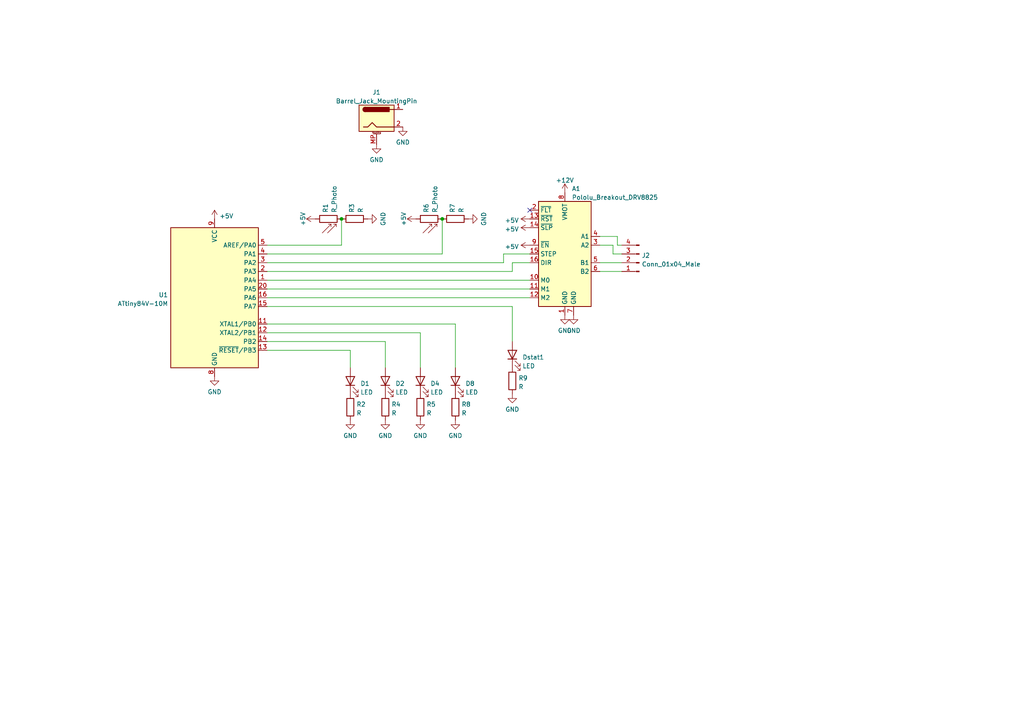
<source format=kicad_sch>
(kicad_sch (version 20211123) (generator eeschema)
  (paper "A4")
  (lib_symbols
    (symbol "Connector:Barrel_Jack_MountingPin" (pin_names hide)
      (property "Reference" "J" (at 0 5.334 0))
      (property "Value" "Barrel_Jack_MountingPin" (at 1.27 -6.35 0))
      (symbol "Barrel_Jack_MountingPin_0_1"
        (rectangle (start -5.08 3.81) (end 5.08 -3.81) (stroke (width 0.254)) (fill (type background)))
        (arc (start -3.302 3.175) (mid -3.937 2.54) (end -3.302 1.905) (stroke (width 0.254)))
        (arc (start -3.302 3.175) (mid -3.937 2.54) (end -3.302 1.905) (stroke (width 0.254)) (fill (type outline)))
        (polyline (pts (xy 5.08 2.54) (xy 3.81 2.54)) (stroke (width 0.254)))
        (polyline (pts (xy -3.81 -2.54) (xy -2.54 -2.54) (xy -1.27 -1.27) (xy 0 -2.54) (xy 2.54 -2.54) (xy 5.08 -2.54)) (stroke (width 0.254)))
        (rectangle (start 3.683 3.175) (end -3.302 1.905) (stroke (width 0.254)) (fill (type outline)))
      )
      (symbol "Barrel_Jack_MountingPin_1_1"
        (polyline (pts (xy -1.016 -4.572) (xy 1.016 -4.572)) (stroke (width 0.1524)))
        (text "Mounting" (at 0 -4.191 0) (effects (font (size 0.381 0.381))))
        (pin passive line (at 7.62 2.54 180) (length 2.54) (name "~") (number "1"))
        (pin passive line (at 7.62 -2.54 180) (length 2.54) (name "~") (number "2"))
        (pin passive line (at 0 -7.62 90) (length 3.048) (name "MountPin") (number "MP"))
      )
    )
    (symbol "Connector:Conn_01x04_Male" (pin_names (offset 1.016) hide)
      (property "Reference" "J" (at 0 5.08 0))
      (property "Value" "Conn_01x04_Male" (at 0 -7.62 0))
      (symbol "Conn_01x04_Male_1_1"
        (polyline (pts (xy 1.27 -5.08) (xy 0.8636 -5.08)) (stroke (width 0.1524)))
        (polyline (pts (xy 1.27 -2.54) (xy 0.8636 -2.54)) (stroke (width 0.1524)))
        (polyline (pts (xy 1.27 0) (xy 0.8636 0)) (stroke (width 0.1524)))
        (polyline (pts (xy 1.27 2.54) (xy 0.8636 2.54)) (stroke (width 0.1524)))
        (rectangle (start 0.8636 -4.953) (end 0 -5.207) (stroke (width 0.1524)) (fill (type outline)))
        (rectangle (start 0.8636 -2.413) (end 0 -2.667) (stroke (width 0.1524)) (fill (type outline)))
        (rectangle (start 0.8636 0.127) (end 0 -0.127) (stroke (width 0.1524)) (fill (type outline)))
        (rectangle (start 0.8636 2.667) (end 0 2.413) (stroke (width 0.1524)) (fill (type outline)))
        (pin passive line (at 5.08 2.54 180) (length 3.81) (name "Pin_1") (number "1"))
        (pin passive line (at 5.08 0 180) (length 3.81) (name "Pin_2") (number "2"))
        (pin passive line (at 5.08 -2.54 180) (length 3.81) (name "Pin_3") (number "3"))
        (pin passive line (at 5.08 -5.08 180) (length 3.81) (name "Pin_4") (number "4"))
      )
    )
    (symbol "Device:LED" (pin_numbers hide) (pin_names (offset 1.016) hide)
      (property "Reference" "D" (at 0 2.54 0))
      (property "Value" "LED" (at 0 -2.54 0))
      (symbol "LED_0_1"
        (polyline (pts (xy -1.27 -1.27) (xy -1.27 1.27)) (stroke (width 0.254)))
        (polyline (pts (xy -1.27 0) (xy 1.27 0)))
        (polyline (pts (xy 1.27 -1.27) (xy 1.27 1.27) (xy -1.27 0) (xy 1.27 -1.27)) (stroke (width 0.254)))
        (polyline (pts (xy -3.048 -0.762) (xy -4.572 -2.286) (xy -3.81 -2.286) (xy -4.572 -2.286) (xy -4.572 -1.524)))
        (polyline (pts (xy -1.778 -0.762) (xy -3.302 -2.286) (xy -2.54 -2.286) (xy -3.302 -2.286) (xy -3.302 -1.524)))
      )
      (symbol "LED_1_1"
        (pin passive line (at -3.81 0 0) (length 2.54) (name "K") (number "1"))
        (pin passive line (at 3.81 0 180) (length 2.54) (name "A") (number "2"))
      )
    )
    (symbol "Device:R" (pin_numbers hide) (pin_names (offset 0))
      (property "Reference" "R" (at 2.032 0 90))
      (property "Value" "R" (at 0 0 90))
      (symbol "R_0_1"
        (rectangle (start -1.016 -2.54) (end 1.016 2.54) (stroke (width 0.254)))
      )
      (symbol "R_1_1"
        (pin passive line (at 0 3.81 270) (length 1.27) (name "~") (number "1"))
        (pin passive line (at 0 -3.81 90) (length 1.27) (name "~") (number "2"))
      )
    )
    (symbol "Device:R_Photo" (pin_numbers hide) (pin_names (offset 0))
      (property "Reference" "R" (at 1.27 1.27 0))
      (property "Value" "R_Photo" (at 1.27 0 0))
      (symbol "R_Photo_0_1"
        (rectangle (start -1.016 2.54) (end 1.016 -2.54) (stroke (width 0.254)))
        (polyline (pts (xy -1.524 -2.286) (xy -4.064 0.254)))
        (polyline (pts (xy -1.524 -2.286) (xy -2.286 -2.286)))
        (polyline (pts (xy -1.524 -2.286) (xy -1.524 -1.524)))
        (polyline (pts (xy -1.524 -0.762) (xy -4.064 1.778)))
        (polyline (pts (xy -1.524 -0.762) (xy -2.286 -0.762)))
        (polyline (pts (xy -1.524 -0.762) (xy -1.524 0)))
      )
      (symbol "R_Photo_1_1"
        (pin passive line (at 0 3.81 270) (length 1.27) (name "~") (number "1"))
        (pin passive line (at 0 -3.81 90) (length 1.27) (name "~") (number "2"))
      )
    )
    (symbol "Driver_Motor:Pololu_Breakout_DRV8825"
      (property "Reference" "A" (at -2.54 16.51 0))
      (property "Value" "Pololu_Breakout_DRV8825" (at -2.54 13.97 0))
      (symbol "Pololu_Breakout_DRV8825_0_1"
        (rectangle (start 7.62 -17.78) (end -7.62 12.7) (stroke (width 0.254)) (fill (type background)))
      )
      (symbol "Pololu_Breakout_DRV8825_1_1"
        (pin power_in line (at 0 -20.32 90) (length 2.54) (name "GND") (number "1"))
        (pin input line (at -10.16 -10.16 0) (length 2.54) (name "M0") (number "10"))
        (pin input line (at -10.16 -12.7 0) (length 2.54) (name "M1") (number "11"))
        (pin input line (at -10.16 -15.24 0) (length 2.54) (name "M2") (number "12"))
        (pin input line (at -10.16 7.62 0) (length 2.54) (name "~{RST}") (number "13"))
        (pin input line (at -10.16 5.08 0) (length 2.54) (name "~{SLP}") (number "14"))
        (pin input line (at -10.16 -2.54 0) (length 2.54) (name "STEP") (number "15"))
        (pin input line (at -10.16 -5.08 0) (length 2.54) (name "DIR") (number "16"))
        (pin output line (at -10.16 10.16 0) (length 2.54) (name "~{FLT}") (number "2"))
        (pin output line (at 10.16 0 180) (length 2.54) (name "A2") (number "3"))
        (pin output line (at 10.16 2.54 180) (length 2.54) (name "A1") (number "4"))
        (pin output line (at 10.16 -5.08 180) (length 2.54) (name "B1") (number "5"))
        (pin output line (at 10.16 -7.62 180) (length 2.54) (name "B2") (number "6"))
        (pin power_in line (at 2.54 -20.32 90) (length 2.54) (name "GND") (number "7"))
        (pin power_in line (at 0 15.24 270) (length 2.54) (name "VMOT") (number "8"))
        (pin input line (at -10.16 0 0) (length 2.54) (name "~{EN}") (number "9"))
      )
    )
    (symbol "MCU_Microchip_ATtiny:ATtiny84V-10M"
      (property "Reference" "U" (at -12.7 21.59 0))
      (property "Value" "ATtiny84V-10M" (at 2.54 -21.59 0))
      (symbol "ATtiny84V-10M_0_1"
        (rectangle (start -12.7 -20.32) (end 12.7 20.32) (stroke (width 0.254)) (fill (type background)))
      )
      (symbol "ATtiny84V-10M_1_1"
        (pin bidirectional line (at 15.24 5.08 180) (length 2.54) (name "PA4") (number "1"))
        (pin no_connect line (at -12.7 -10.16 0) (length 2.54) hide (name "NC") (number "10"))
        (pin bidirectional line (at 15.24 -7.62 180) (length 2.54) (name "XTAL1/PB0") (number "11"))
        (pin bidirectional line (at 15.24 -10.16 180) (length 2.54) (name "XTAL2/PB1") (number "12"))
        (pin bidirectional line (at 15.24 -15.24 180) (length 2.54) (name "~{RESET}/PB3") (number "13"))
        (pin bidirectional line (at 15.24 -12.7 180) (length 2.54) (name "PB2") (number "14"))
        (pin bidirectional line (at 15.24 -2.54 180) (length 2.54) (name "PA7") (number "15"))
        (pin bidirectional line (at 15.24 0 180) (length 2.54) (name "PA6") (number "16"))
        (pin no_connect line (at -12.7 -12.7 0) (length 2.54) hide (name "NC") (number "17"))
        (pin no_connect line (at -12.7 -15.24 0) (length 2.54) hide (name "NC") (number "18"))
        (pin no_connect line (at -12.7 -17.78 0) (length 2.54) hide (name "NC") (number "19"))
        (pin bidirectional line (at 15.24 7.62 180) (length 2.54) (name "PA3") (number "2"))
        (pin bidirectional line (at 15.24 2.54 180) (length 2.54) (name "PA5") (number "20"))
        (pin passive line (at 0 -22.86 90) (length 2.54) hide (name "GND") (number "21"))
        (pin bidirectional line (at 15.24 10.16 180) (length 2.54) (name "PA2") (number "3"))
        (pin bidirectional line (at 15.24 12.7 180) (length 2.54) (name "PA1") (number "4"))
        (pin bidirectional line (at 15.24 15.24 180) (length 2.54) (name "AREF/PA0") (number "5"))
        (pin no_connect line (at -12.7 -5.08 0) (length 2.54) hide (name "NC") (number "6"))
        (pin no_connect line (at -12.7 -7.62 0) (length 2.54) hide (name "NC") (number "7"))
        (pin power_in line (at 0 -22.86 90) (length 2.54) (name "GND") (number "8"))
        (pin power_in line (at 0 22.86 270) (length 2.54) (name "VCC") (number "9"))
      )
    )
    (symbol "power:+12V" (power) (pin_names (offset 0))
      (property "Value" "+12V" (at 0 3.556 0))
      (symbol "+12V_0_1"
        (polyline (pts (xy -0.762 1.27) (xy 0 2.54)))
        (polyline (pts (xy 0 0) (xy 0 2.54)))
        (polyline (pts (xy 0 2.54) (xy 0.762 1.27)))
      )
      (symbol "+12V_1_1"
        (pin power_in line (at 0 0 90) (length 0) hide (name "+12V") (number "1"))
      )
    )
    (symbol "power:+5V" (power) (pin_names (offset 0))
      (property "Value" "+5V" (at 0 3.556 0))
      (symbol "+5V_0_1"
        (polyline (pts (xy -0.762 1.27) (xy 0 2.54)))
        (polyline (pts (xy 0 0) (xy 0 2.54)))
        (polyline (pts (xy 0 2.54) (xy 0.762 1.27)))
      )
      (symbol "+5V_1_1"
        (pin power_in line (at 0 0 90) (length 0) hide (name "+5V") (number "1"))
      )
    )
    (symbol "power:GND" (power) (pin_names (offset 0))
      (property "Value" "GND" (at 0 -3.81 0))
      (symbol "GND_0_1"
        (polyline (pts (xy 0 0) (xy 0 -1.27) (xy 1.27 -1.27) (xy 0 -2.54) (xy -1.27 -1.27) (xy 0 -1.27)))
      )
      (symbol "GND_1_1"
        (pin power_in line (at 0 0 270) (length 0) hide (name "GND") (number "1"))
      )
    )
  )
  (junction (at 128.27 63.5))
  (junction (at 99.06 63.5))
  (no_connect (at 153.67 60.96))
  (wire (pts (xy 77.47 78.74) (xy 148.59 78.74)))
  (wire (pts (xy 148.59 76.2) (xy 153.67 76.2)))
  (wire (pts (xy 128.27 73.66) (xy 128.27 63.5)))
  (wire (pts (xy 146.05 73.66) (xy 146.05 76.2)))
  (wire (pts (xy 148.59 99.06) (xy 148.59 88.9)))
  (wire (pts (xy 77.47 99.06) (xy 111.76 99.06)))
  (wire (pts (xy 177.8 71.12) (xy 177.8 73.66)))
  (wire (pts (xy 180.34 78.74) (xy 173.99 78.74)))
  (wire (pts (xy 99.06 63.5) (xy 99.06 71.12)))
  (wire (pts (xy 132.08 93.98) (xy 132.08 106.68)))
  (wire (pts (xy 101.6 101.6) (xy 101.6 106.68)))
  (wire (pts (xy 173.99 68.58) (xy 179.07 68.58)))
  (wire (pts (xy 179.07 71.12) (xy 180.34 71.12)))
  (wire (pts (xy 173.99 71.12) (xy 177.8 71.12)))
  (wire (pts (xy 179.07 68.58) (xy 179.07 71.12)))
  (wire (pts (xy 180.34 76.2) (xy 173.99 76.2)))
  (wire (pts (xy 77.47 73.66) (xy 128.27 73.66)))
  (wire (pts (xy 77.47 96.52) (xy 121.92 96.52)))
  (wire (pts (xy 77.47 101.6) (xy 101.6 101.6)))
  (wire (pts (xy 177.8 73.66) (xy 180.34 73.66)))
  (wire (pts (xy 121.92 96.52) (xy 121.92 106.68)))
  (wire (pts (xy 77.47 76.2) (xy 146.05 76.2)))
  (wire (pts (xy 77.47 83.82) (xy 153.67 83.82)))
  (wire (pts (xy 148.59 88.9) (xy 77.47 88.9)))
  (wire (pts (xy 99.06 71.12) (xy 77.47 71.12)))
  (wire (pts (xy 111.76 99.06) (xy 111.76 106.68)))
  (wire (pts (xy 77.47 93.98) (xy 132.08 93.98)))
  (wire (pts (xy 77.47 86.36) (xy 153.67 86.36)))
  (wire (pts (xy 148.59 78.74) (xy 148.59 76.2)))
  (wire (pts (xy 77.47 81.28) (xy 153.67 81.28)))
  (wire (pts (xy 153.67 73.66) (xy 146.05 73.66)))
  (symbol (lib_id "power:GND") (at 148.59 114.3 0) (unit 1)
    (property "Reference" "#PWR0119" (effects hide))
    (property "Value" "GND" (at 148.59 118.7434 0))
  )
  (symbol (lib_id "Device:LED") (at 132.08 110.49 90) (unit 1)
    (property "Reference" "D8" (at 135.001 111.2428 90) (effects (justify right)))
    (property "Value" "LED" (at 135.001 113.7797 90) (effects (justify right)))
  )
  (symbol (lib_id "Device:R") (at 148.59 110.49 0) (unit 1)
    (property "Reference" "R9" (at 150.368 109.6553 0) (effects (justify left)))
    (property "Value" "R" (at 150.368 112.1922 0) (effects (justify left)))
  )
  (symbol (lib_id "Device:LED") (at 101.6 110.49 90) (unit 1)
    (property "Reference" "D1" (at 104.521 111.2428 90) (effects (justify right)))
    (property "Value" "LED" (at 104.521 113.7797 90) (effects (justify right)))
  )
  (symbol (lib_id "Driver_Motor:Pololu_Breakout_DRV8825") (at 163.83 71.12 0) (unit 1)
    (property "Reference" "A1" (at 165.8494 54.7202 0) (effects (justify left)))
    (property "Value" "Pololu_Breakout_DRV8825" (at 165.8494 57.2571 0) (effects (justify left)))
    (property "Footprint" "Module:Pololu_Breakout-16_15.2x20.3mm" (effects hide))
    (property "Datasheet" "https://www.pololu.com/product/2982" (effects hide))
  )
  (symbol (lib_id "power:GND") (at 166.37 91.44 0) (unit 1)
    (property "Reference" "#PWR0117" (effects hide))
    (property "Value" "GND" (at 166.37 95.8834 0))
  )
  (symbol (lib_id "Device:R") (at 121.92 118.11 0) (unit 1)
    (property "Reference" "R5" (at 123.698 117.2753 0) (effects (justify left)))
    (property "Value" "R" (at 123.698 119.8122 0) (effects (justify left)))
  )
  (symbol (lib_id "Device:LED") (at 121.92 110.49 90) (unit 1)
    (property "Reference" "D4" (at 124.841 111.2428 90) (effects (justify right)))
    (property "Value" "LED" (at 124.841 113.7797 90) (effects (justify right)))
  )
  (symbol (lib_id "Device:R") (at 101.6 118.11 0) (unit 1)
    (property "Reference" "R2" (at 103.378 117.2753 0) (effects (justify left)))
    (property "Value" "R" (at 103.378 119.8122 0) (effects (justify left)))
  )
  (symbol (lib_id "power:+5V") (at 62.23 63.5 0) (unit 1)
    (property "Reference" "#PWR0110" (effects hide))
    (property "Value" "+5V" (at 63.627 62.6638 0) (effects (justify left)))
  )
  (symbol (lib_id "power:GND") (at 62.23 109.22 0) (unit 1)
    (property "Reference" "#PWR0109" (effects hide))
    (property "Value" "GND" (at 62.23 113.6634 0))
  )
  (symbol (lib_id "power:GND") (at 111.76 121.92 0) (unit 1)
    (property "Reference" "#PWR0102" (effects hide))
    (property "Value" "GND" (at 111.76 126.3634 0))
  )
  (symbol (lib_id "Device:R_Photo") (at 124.46 63.5 90) (unit 1)
    (property "Reference" "R6" (at 123.6253 61.722 0) (effects (justify left)))
    (property "Value" "R_Photo" (at 126.1622 61.722 0) (effects (justify left)))
  )
  (symbol (lib_id "power:+5V") (at 153.67 63.5 90) (unit 1)
    (property "Reference" "#PWR0113" (effects hide))
    (property "Value" "+5V" (at 150.4951 63.9338 90) (effects (justify left)))
  )
  (symbol (lib_id "Device:R") (at 102.87 63.5 90) (unit 1)
    (property "Reference" "R3" (at 102.0353 61.722 0) (effects (justify left)))
    (property "Value" "R" (at 104.5722 61.722 0) (effects (justify left)))
  )
  (symbol (lib_id "Device:LED") (at 111.76 110.49 90) (unit 1)
    (property "Reference" "D2" (at 114.681 111.2428 90) (effects (justify right)))
    (property "Value" "LED" (at 114.681 113.7797 90) (effects (justify right)))
  )
  (symbol (lib_id "Connector:Conn_01x04_Male") (at 185.42 76.2 180) (unit 1)
    (property "Reference" "J2" (at 186.1312 74.0953 0) (effects (justify right)))
    (property "Value" "Conn_01x04_Male" (at 186.1312 76.6322 0) (effects (justify right)))
  )
  (symbol (lib_id "power:GND") (at 132.08 121.92 0) (unit 1)
    (property "Reference" "#PWR0107" (effects hide))
    (property "Value" "GND" (at 132.08 126.3634 0))
  )
  (symbol (lib_id "power:GND") (at 121.92 121.92 0) (unit 1)
    (property "Reference" "#PWR0108" (effects hide))
    (property "Value" "GND" (at 121.92 126.3634 0))
  )
  (symbol (lib_id "power:GND") (at 106.68 63.5 90) (unit 1)
    (property "Reference" "#PWR0103" (effects hide))
    (property "Value" "GND" (at 111.1234 63.5 0))
  )
  (symbol (lib_id "power:+5V") (at 120.65 63.5 90) (unit 1)
    (property "Reference" "#PWR0111" (effects hide))
    (property "Value" "+5V" (at 117.0742 63.5 0))
  )
  (symbol (lib_id "MCU_Microchip_ATtiny:ATtiny84V-10M") (at 62.23 86.36 0) (unit 1)
    (property "Reference" "U1" (at 48.768 85.5253 0) (effects (justify right)))
    (property "Value" "ATtiny84V-10M" (at 48.768 88.0622 0) (effects (justify right)))
    (property "Footprint" "Package_DFN_QFN:QFN-20-1EP_4x4mm_P0.5mm_EP2.6x2.6mm" (effects hide))
    (property "Datasheet" "http://ww1.microchip.com/downloads/en/DeviceDoc/doc8006.pdf" (effects hide))
  )
  (symbol (lib_id "power:+12V") (at 163.83 55.88 0) (unit 1)
    (property "Reference" "#PWR0118" (effects hide))
    (property "Value" "+12V" (at 163.83 52.3042 0))
  )
  (symbol (lib_id "Device:LED") (at 148.59 102.87 90) (unit 1)
    (property "Reference" "Dstat1" (at 151.511 103.6228 90) (effects (justify right)))
    (property "Value" "LED" (at 151.511 106.1597 90) (effects (justify right)))
  )
  (symbol (lib_id "power:GND") (at 163.83 91.44 0) (unit 1)
    (property "Reference" "#PWR0116" (effects hide))
    (property "Value" "GND" (at 163.83 95.8834 0))
  )
  (symbol (lib_id "power:GND") (at 135.89 63.5 90) (unit 1)
    (property "Reference" "#PWR0112" (effects hide))
    (property "Value" "GND" (at 140.3334 63.5 0))
  )
  (symbol (lib_id "Connector:Barrel_Jack_MountingPin") (at 109.22 34.29 0) (unit 1)
    (property "Reference" "J1" (at 109.22 26.7802 0))
    (property "Value" "Barrel_Jack_MountingPin" (at 109.22 29.3171 0))
  )
  (symbol (lib_id "power:GND") (at 116.84 36.83 0) (unit 1)
    (property "Reference" "#PWR0105" (effects hide))
    (property "Value" "GND" (at 116.84 41.2734 0))
  )
  (symbol (lib_id "power:GND") (at 101.6 121.92 0) (unit 1)
    (property "Reference" "#PWR0101" (effects hide))
    (property "Value" "GND" (at 101.6 126.3634 0))
  )
  (symbol (lib_id "power:+5V") (at 91.44 63.5 90) (unit 1)
    (property "Reference" "#PWR0104" (effects hide))
    (property "Value" "+5V" (at 87.8642 63.5 0))
  )
  (symbol (lib_id "Device:R") (at 132.08 63.5 90) (unit 1)
    (property "Reference" "R7" (at 131.2453 61.722 0) (effects (justify left)))
    (property "Value" "R" (at 133.7822 61.722 0) (effects (justify left)))
  )
  (symbol (lib_id "Device:R") (at 132.08 118.11 0) (unit 1)
    (property "Reference" "R8" (at 133.858 117.2753 0) (effects (justify left)))
    (property "Value" "R" (at 133.858 119.8122 0) (effects (justify left)))
  )
  (symbol (lib_id "power:+5V") (at 153.67 71.12 90) (unit 1)
    (property "Reference" "#PWR0114" (effects hide))
    (property "Value" "+5V" (at 150.4951 71.5538 90) (effects (justify left)))
  )
  (symbol (lib_id "Device:R_Photo") (at 95.25 63.5 90) (unit 1)
    (property "Reference" "R1" (at 94.4153 61.722 0) (effects (justify left)))
    (property "Value" "R_Photo" (at 96.9522 61.722 0) (effects (justify left)))
  )
  (symbol (lib_id "power:GND") (at 109.22 41.91 0) (unit 1)
    (property "Reference" "#PWR0106" (effects hide))
    (property "Value" "GND" (at 109.22 46.3534 0))
  )
  (symbol (lib_id "Device:R") (at 111.76 118.11 0) (unit 1)
    (property "Reference" "R4" (at 113.538 117.2753 0) (effects (justify left)))
    (property "Value" "R" (at 113.538 119.8122 0) (effects (justify left)))
  )
  (symbol (lib_id "power:+5V") (at 153.67 66.04 90) (unit 1)
    (property "Reference" "#PWR0115" (effects hide))
    (property "Value" "+5V" (at 150.4951 66.4738 90) (effects (justify left)))
  )
)
</source>
